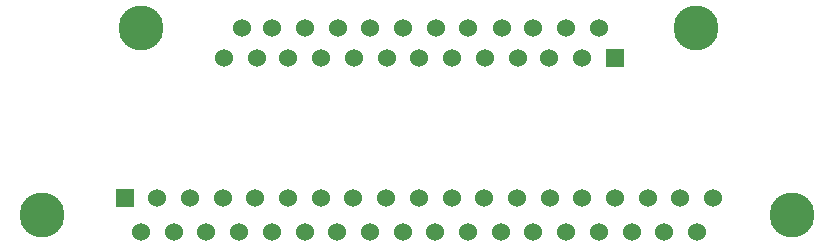
<source format=gts>
%FSLAX46Y46*%
G04 Gerber Fmt 4.6, Leading zero omitted, Abs format (unit mm)*
G04 Created by KiCad (PCBNEW (2014-08-05 BZR 5054)-product) date Thu 20 Aug 2015 06:52:16 PM PDT*
%MOMM*%
G01*
G04 APERTURE LIST*
%ADD10C,0.100000*%
%ADD11C,3.810000*%
%ADD12C,1.524000*%
%ADD13R,1.524000X1.524000*%
G04 APERTURE END LIST*
D10*
D11*
X174625000Y-73660000D03*
X127635000Y-73660000D03*
D12*
X134620000Y-76200000D03*
X137414000Y-76200000D03*
X140081000Y-76200000D03*
X142875000Y-76200000D03*
X145669000Y-76200000D03*
X148463000Y-76200000D03*
X151130000Y-76200000D03*
X153924000Y-76200000D03*
X156718000Y-76200000D03*
X159512000Y-76200000D03*
X162179000Y-76200000D03*
X164973000Y-76200000D03*
D13*
X167767000Y-76200000D03*
D12*
X136194800Y-73660000D03*
X138734800Y-73660000D03*
X141528800Y-73660000D03*
X144272000Y-73660000D03*
X147015200Y-73660000D03*
X149809200Y-73660000D03*
X152552400Y-73660000D03*
X155295600Y-73660000D03*
X158140400Y-73660000D03*
X160832800Y-73660000D03*
X163576000Y-73660000D03*
X166370000Y-73660000D03*
X176047400Y-88112600D03*
X173278800Y-88112600D03*
X170510200Y-88112600D03*
X167741600Y-88112600D03*
X164973000Y-88112600D03*
X162204400Y-88112600D03*
X159435800Y-88112600D03*
X156667200Y-88112600D03*
X153898600Y-88112600D03*
D11*
X182753000Y-89535000D03*
X119253000Y-89535000D03*
D12*
X151130000Y-88112600D03*
X148361400Y-88112600D03*
X145592800Y-88112600D03*
X142824200Y-88112600D03*
X140055600Y-88112600D03*
X137287000Y-88112600D03*
X134518400Y-88112600D03*
X131749800Y-88112600D03*
X128981200Y-88112600D03*
D13*
X126212600Y-88112600D03*
D12*
X174675800Y-90957400D03*
X171907200Y-90957400D03*
X169138600Y-90957400D03*
X166370000Y-90957400D03*
X163601400Y-90957400D03*
X160832800Y-90957400D03*
X158064200Y-90957400D03*
X155295600Y-90957400D03*
X152527000Y-90957400D03*
X149758400Y-90957400D03*
X146989800Y-90957400D03*
X144221200Y-90957400D03*
X141452600Y-90957400D03*
X138684000Y-90957400D03*
X135915400Y-90957400D03*
X133146800Y-90957400D03*
X130378200Y-90957400D03*
X127609600Y-90957400D03*
M02*

</source>
